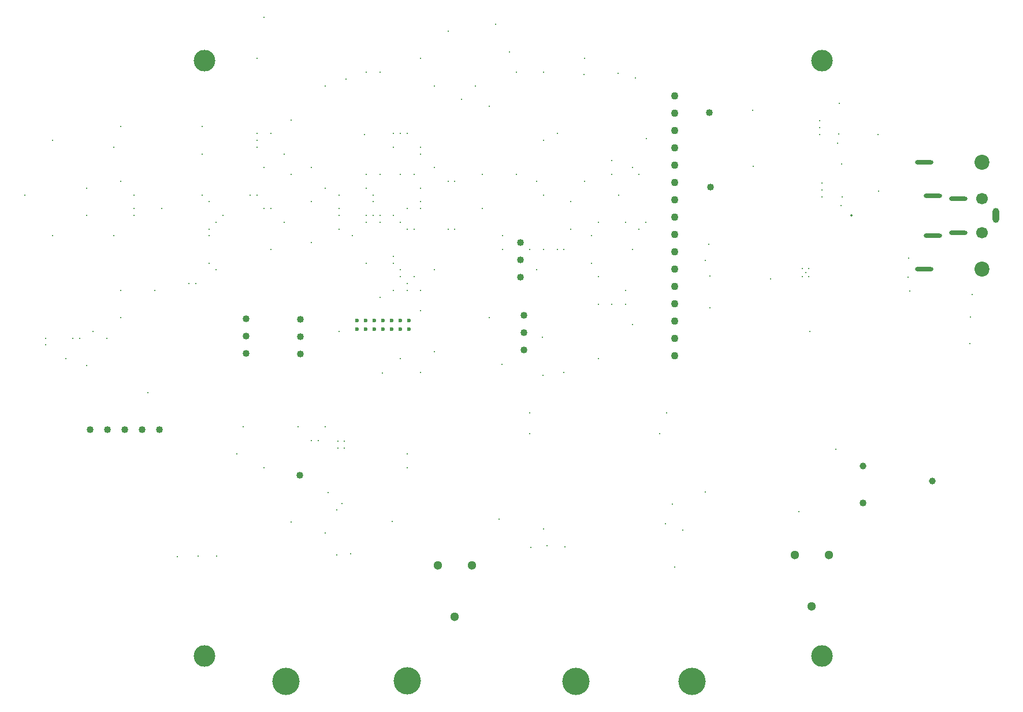
<source format=gbr>
%TF.GenerationSoftware,Altium Limited,Altium Designer,21.0.9 (235)*%
G04 Layer_Color=0*
%FSLAX26Y26*%
%MOIN*%
%TF.SameCoordinates,617CA12B-F850-4EA5-9EC3-0E5FEE419536*%
%TF.FilePolarity,Positive*%
%TF.FileFunction,Plated,1,4,PTH,Drill*%
%TF.Part,Single*%
G01*
G75*
%TA.AperFunction,ComponentDrill*%
%ADD203C,0.040000*%
%TA.AperFunction,OtherDrill,Pad Free-11 (5778.627mil,1510.592mil)*%
%ADD204C,0.125000*%
%TA.AperFunction,OtherDrill,Pad Free-11 (5778.627mil,4948.092mil)*%
%ADD205C,0.125000*%
%TA.AperFunction,OtherDrill,Pad Free-11 (2216.127mil,4948.092mil)*%
%ADD206C,0.125000*%
%TA.AperFunction,OtherDrill,Pad Free-11 (2216.127mil,1510.592mil)*%
%ADD207C,0.125000*%
%TA.AperFunction,ComponentDrill*%
%ADD208C,0.039370*%
%ADD209C,0.043307*%
%ADD210C,0.040157*%
%ADD211C,0.066929*%
%ADD212C,0.086614*%
%ADD213O,0.039370X0.086614*%
%ADD214O,0.106299X0.023622*%
%ADD215C,0.157480*%
%ADD216C,0.023622*%
%ADD217C,0.051181*%
%TA.AperFunction,ViaDrill,NotFilled*%
%ADD218C,0.008000*%
%ADD219C,0.014000*%
%ADD220C,0.007874*%
D203*
X6015000Y2395000D02*
D03*
X5135000Y4220000D02*
D03*
X5130000Y4650000D02*
D03*
X2765000Y2555000D02*
D03*
X1955000Y2820000D02*
D03*
X1855000D02*
D03*
X1755000D02*
D03*
X1655000D02*
D03*
X1555000D02*
D03*
D204*
X5778627Y1510592D02*
D03*
D205*
Y4948092D02*
D03*
D206*
X2216127D02*
D03*
D207*
Y1510592D02*
D03*
D208*
X6415000Y2521000D02*
D03*
X6015394Y2607220D02*
D03*
D209*
X4930000Y3245000D02*
D03*
Y3345000D02*
D03*
Y3645000D02*
D03*
Y3745000D02*
D03*
Y3845000D02*
D03*
Y4045000D02*
D03*
Y4145000D02*
D03*
Y4345000D02*
D03*
Y4545000D02*
D03*
Y4745000D02*
D03*
Y4645000D02*
D03*
Y4445000D02*
D03*
Y4245000D02*
D03*
Y3945000D02*
D03*
Y3545000D02*
D03*
Y3445000D02*
D03*
D210*
X4060000Y3280000D02*
D03*
Y3380000D02*
D03*
Y3480000D02*
D03*
X4040000Y3899832D02*
D03*
Y3799832D02*
D03*
Y3699832D02*
D03*
X2770000Y3255000D02*
D03*
Y3355000D02*
D03*
Y3455000D02*
D03*
X2455000Y3260000D02*
D03*
Y3360000D02*
D03*
Y3460000D02*
D03*
D211*
X6702795Y4151850D02*
D03*
Y3955000D02*
D03*
D212*
Y4360512D02*
D03*
Y3746339D02*
D03*
D213*
X6781535Y4053425D02*
D03*
D214*
X6368150Y4360512D02*
D03*
Y3746339D02*
D03*
X6565000Y4151850D02*
D03*
Y3955000D02*
D03*
X6421299Y4167598D02*
D03*
Y3939252D02*
D03*
D215*
X4360000Y1365000D02*
D03*
X5030000D02*
D03*
X2685000D02*
D03*
X3385000Y1370000D02*
D03*
D216*
X3395000Y3450000D02*
D03*
Y3400000D02*
D03*
X3345000Y3450000D02*
D03*
Y3400000D02*
D03*
X3295000Y3450000D02*
D03*
Y3400000D02*
D03*
X3245000Y3450000D02*
D03*
Y3400000D02*
D03*
X3195000Y3450000D02*
D03*
Y3400000D02*
D03*
X3145000Y3450000D02*
D03*
Y3400000D02*
D03*
X3095000Y3450000D02*
D03*
Y3400000D02*
D03*
D217*
X5818425Y2093425D02*
D03*
X5621575D02*
D03*
X5720000Y1798150D02*
D03*
X3758425Y2033425D02*
D03*
X3561575D02*
D03*
X3660000Y1738150D02*
D03*
D218*
X4766000Y4498000D02*
D03*
X4704000Y4847000D02*
D03*
X4408000Y4869000D02*
D03*
X4604000Y4875000D02*
D03*
X3243000Y3144000D02*
D03*
X3933000Y3196000D02*
D03*
X4171000Y3132000D02*
D03*
X4168000Y3353000D02*
D03*
X2716535Y2283465D02*
D03*
X4173228Y2244095D02*
D03*
X3543307Y3267716D02*
D03*
Y3740157D02*
D03*
X2519685Y4527559D02*
D03*
X3346457Y4291339D02*
D03*
X2244095Y3779528D02*
D03*
X3385827Y3661417D02*
D03*
X3346457Y3740157D02*
D03*
X2283465D02*
D03*
X3346457Y3700787D02*
D03*
X3464567Y4094488D02*
D03*
X3818898D02*
D03*
X1692913Y3937008D02*
D03*
X4685039Y3425197D02*
D03*
X1299213Y3307087D02*
D03*
X1732284Y3622047D02*
D03*
X1929134D02*
D03*
X3385827Y3976378D02*
D03*
X2992126Y4055118D02*
D03*
X2322835D02*
D03*
X2244095Y3937008D02*
D03*
X3149606Y4055118D02*
D03*
X2992126Y3976378D02*
D03*
X2244095D02*
D03*
Y4133858D02*
D03*
X3188976D02*
D03*
X1811024Y4173228D02*
D03*
Y4094488D02*
D03*
X3149606Y4291339D02*
D03*
X3070866Y3937008D02*
D03*
X1456693Y3346457D02*
D03*
X1496063D02*
D03*
X1653543D02*
D03*
X4251968Y4527559D02*
D03*
X2834646Y3897638D02*
D03*
X4448819Y3937008D02*
D03*
X3858268Y4685039D02*
D03*
X3464567Y4409449D02*
D03*
X1811024Y4055118D02*
D03*
X1299213Y3346457D02*
D03*
X4251968Y3858268D02*
D03*
X1889764Y3031496D02*
D03*
X3346457Y3228347D02*
D03*
X3897638Y5157480D02*
D03*
X1181102Y4173228D02*
D03*
X4724409Y4291339D02*
D03*
Y3976378D02*
D03*
X4291339Y3149606D02*
D03*
X1535433Y3188976D02*
D03*
X3818898Y4291339D02*
D03*
X4015748D02*
D03*
X4133858Y3740157D02*
D03*
X3937008Y3858268D02*
D03*
X2125984Y3661417D02*
D03*
X1535433Y4055118D02*
D03*
X5861000Y2706000D02*
D03*
X5107000Y3794000D02*
D03*
X2913386Y4212598D02*
D03*
X3149606D02*
D03*
X2598425Y4527559D02*
D03*
X3307087D02*
D03*
X3346457D02*
D03*
X2716535Y4606299D02*
D03*
X3622047Y3976378D02*
D03*
X3661417D02*
D03*
X2598425Y4094488D02*
D03*
X2283465Y4015748D02*
D03*
X2992126Y3385827D02*
D03*
X3149606Y3779528D02*
D03*
X3464567Y3503937D02*
D03*
X3425197Y3700787D02*
D03*
X4566929Y4370079D02*
D03*
X4685039Y4330709D02*
D03*
X4645669Y4015748D02*
D03*
X4685039Y3858268D02*
D03*
X3976378Y5000000D02*
D03*
X3425197Y3976378D02*
D03*
X2834646Y4133858D02*
D03*
X3425197Y4291339D02*
D03*
X2480315Y4173228D02*
D03*
X3464567Y4448819D02*
D03*
X2716535Y4291339D02*
D03*
X3464567Y4960630D02*
D03*
X2992126Y4173228D02*
D03*
X2519685D02*
D03*
X3385827Y4527559D02*
D03*
X2834646Y4330709D02*
D03*
X2559055D02*
D03*
X3188976Y4173228D02*
D03*
X4488189Y3700787D02*
D03*
X4566929Y4291339D02*
D03*
X3228347Y4055118D02*
D03*
X4488189Y3543307D02*
D03*
X3464567Y3622047D02*
D03*
X3188976Y4055118D02*
D03*
X2992126Y4094488D02*
D03*
X4173228Y4173228D02*
D03*
X3228347Y4015748D02*
D03*
X4606299Y4173228D02*
D03*
X3228347Y3582677D02*
D03*
X4330709Y4133858D02*
D03*
X3307087Y4055118D02*
D03*
Y3818898D02*
D03*
X4330709Y3976378D02*
D03*
X3307087Y3779528D02*
D03*
X4291339Y3858268D02*
D03*
X3346457Y4015748D02*
D03*
X4488189D02*
D03*
X3464567Y4133858D02*
D03*
X2401575Y2677165D02*
D03*
X3385827Y4094488D02*
D03*
X2874016Y2755905D02*
D03*
X3661417Y4251968D02*
D03*
X4133858D02*
D03*
X3464567Y4212598D02*
D03*
X4094488Y3858268D02*
D03*
X4448819Y3779528D02*
D03*
X3622047Y4251968D02*
D03*
X2165354Y3661417D02*
D03*
X2559055Y4094488D02*
D03*
X1968504D02*
D03*
X4916000Y2389000D02*
D03*
X4876000Y2274000D02*
D03*
X4975000Y2240000D02*
D03*
X5648000Y2346000D02*
D03*
X5105000Y2458000D02*
D03*
X3141000Y4522000D02*
D03*
X5133000Y3521000D02*
D03*
Y3704000D02*
D03*
X5125000Y3889000D02*
D03*
X5381000Y4663000D02*
D03*
X5879000Y4701000D02*
D03*
X5869000Y4473000D02*
D03*
X5875000Y4525000D02*
D03*
X6103000Y4522000D02*
D03*
X5382000Y4337000D02*
D03*
X6107000Y4196000D02*
D03*
X5894000Y4351000D02*
D03*
X5890000Y4113000D02*
D03*
X5897000Y4163000D02*
D03*
X6634000Y3315000D02*
D03*
X6638000Y3468000D02*
D03*
X6648000Y3598000D02*
D03*
X6281000Y3809000D02*
D03*
X6275000Y3700000D02*
D03*
X6287000Y3620000D02*
D03*
X5484000Y3690000D02*
D03*
X4930000Y2026000D02*
D03*
X4099000Y2140000D02*
D03*
X3916000Y2302000D02*
D03*
X3299000Y2289000D02*
D03*
X2912905Y2222095D02*
D03*
X2980000Y2095000D02*
D03*
X3060000Y2103000D02*
D03*
X4298000Y2141000D02*
D03*
X4194000Y2147000D02*
D03*
X2931000Y2455000D02*
D03*
X3011000Y2392000D02*
D03*
X2980000Y2354000D02*
D03*
X2061000Y2086000D02*
D03*
X2180000Y2088000D02*
D03*
X2285000Y2090000D02*
D03*
X3543307Y4330709D02*
D03*
X3228347Y4291339D02*
D03*
X3149606Y4015748D02*
D03*
X3307087Y4448819D02*
D03*
X1732284Y4251968D02*
D03*
X1692913Y4448819D02*
D03*
X2204724Y4409449D02*
D03*
Y4173228D02*
D03*
X1732284Y4566929D02*
D03*
X2204724D02*
D03*
X4645669Y3622047D02*
D03*
X4409449Y4251968D02*
D03*
X1417323Y3228347D02*
D03*
X2913386Y2834646D02*
D03*
X1574803Y3385827D02*
D03*
X2834646Y2755905D02*
D03*
X2559055Y2598425D02*
D03*
X2519685Y4960630D02*
D03*
X4488189Y3228347D02*
D03*
X2440945Y2834646D02*
D03*
X4409449Y4960630D02*
D03*
X3228347Y4881890D02*
D03*
X3622047Y5118110D02*
D03*
X3937008Y3937008D02*
D03*
X3149606Y4881890D02*
D03*
X3031496Y4842520D02*
D03*
X3385827Y2598425D02*
D03*
X2559055Y5196850D02*
D03*
X4094488Y2913386D02*
D03*
X4173228Y4881890D02*
D03*
X3307087Y3622047D02*
D03*
X4015748Y4881890D02*
D03*
X2519685Y4488189D02*
D03*
X3385827Y3622047D02*
D03*
X3700787Y4724409D02*
D03*
X3543307Y4803150D02*
D03*
X4173228Y4488189D02*
D03*
X3385827Y2677165D02*
D03*
X2755905Y2834646D02*
D03*
X2677165Y4409449D02*
D03*
X4881890Y2913386D02*
D03*
X4094488Y2795276D02*
D03*
X2913386Y4803150D02*
D03*
X1338583Y3937008D02*
D03*
X3779528Y4803150D02*
D03*
X2519685Y4448819D02*
D03*
X1338583Y4488189D02*
D03*
X2677165Y4015748D02*
D03*
X4645669Y3543307D02*
D03*
X1732284Y3464567D02*
D03*
X4842520Y2795276D02*
D03*
X5708661Y3385827D02*
D03*
X4763779Y4015748D02*
D03*
X4566929Y3543307D02*
D03*
X4173228Y3858268D02*
D03*
X3464567Y3149606D02*
D03*
X2598425Y3858268D02*
D03*
X1535433Y4212598D02*
D03*
X3858268Y3464567D02*
D03*
D219*
X5949000Y4055000D02*
D03*
D220*
X5685000Y3724770D02*
D03*
X5667283Y3701148D02*
D03*
Y3748392D02*
D03*
X5702717D02*
D03*
Y3701148D02*
D03*
X5780000Y4241551D02*
D03*
Y4201000D02*
D03*
Y4160449D02*
D03*
X5765000Y4602102D02*
D03*
Y4561551D02*
D03*
Y4521000D02*
D03*
X3024685Y2712191D02*
D03*
X2985315D02*
D03*
X3024685Y2751561D02*
D03*
X2985315D02*
D03*
%TF.MD5,2d41042689ae4fab5489932249716670*%
M02*

</source>
